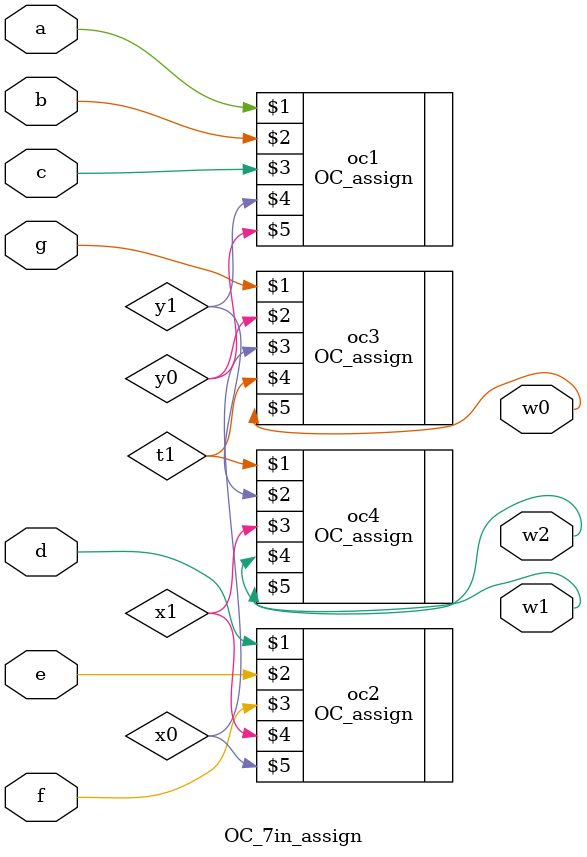
<source format=v>
`timescale 1ns/1ns
module OC_7in_assign (input a, b, c, d, e, f, g, output w2, w1, w0);
	wire y1, y0, x1, x0, t1;
	OC_assign oc1(a, b, c, y1, y0);
	OC_assign oc2(d, e, f, x1, x0);
	OC_assign oc3(g, y0, x0, t1, w0);
	OC_assign oc4(t1, y1, x1, w2, w1);
endmodule
</source>
